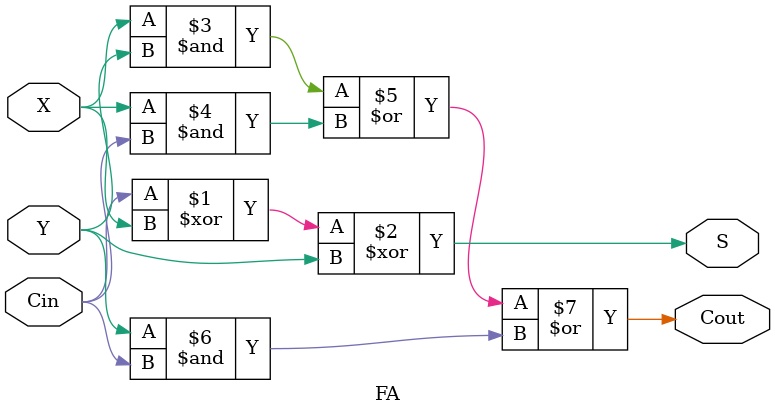
<source format=v>
module FA (
    Cin, // Carry in
    X,   // Input bit X
    Y,   // Input bit Y
    S,   // Sum
    Cout // Carry out
);
  input Cin, X, Y;
  output Cout, S;
  assign S = Cin ^ X ^ Y;  // XOR of all inputs
  assign Cout = (X & Y) | (X & Cin) | (Y & Cin);
endmodule

</source>
